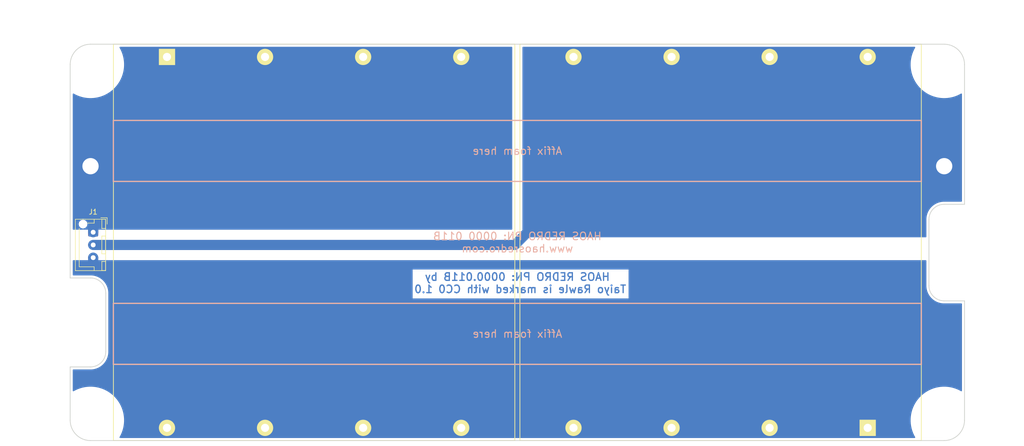
<source format=kicad_pcb>
(kicad_pcb (version 20240108) (generator "pcbnew") (generator_version "8.0")
  (title_block (comment 3 "HAOS REDRO PN: 0000.011B by Taiyo Rawle is marked with CC0 1.0 "))
  (layers (0 "F.Cu" signal) (31 "B.Cu" signal) (34 "B.Paste" user) (35 "F.Paste" user) (36 "B.SilkS" user "B.Silkscreen") (37 "F.SilkS" user "F.Silkscreen") (38 "B.Mask" user) (39 "F.Mask" user) (44 "Edge.Cuts" user))
  (net 0 "")
  (net 1 "Net-(J1-Pin_1)")
  (net 2 "Net-(J1-Pin_3)")
  (net 3 "Net-(J1-Pin_2)")
  (footprint "kicad-libs:BH-81650-PC8" (layer "F.Cu") (at 108 100)
    (property "Reference" "J8" (hide yes))
    (property "Value" "BH-18650-PC8")
    (fp_line (start -39.5 -39) (end 39.5 -39) (stroke (width 0.15)) (layer "F.SilkS"))
    (fp_line (start -39.5 39) (end -39.5 -39) (stroke (width 0.15)) (layer "F.SilkS"))
    (fp_line (start 39.5 -39) (end 39.5 39) (stroke (width 0.15)) (layer "F.SilkS"))
    (fp_line (start 39.5 39) (end -39.5 39) (stroke (width 0.15)) (layer "F.SilkS"))
    (pad "1" thru_hole rect (at -28.95 -36.5) (size 3.2 3.2) (drill 1.6) (layers "*.Cu" "*.Mask" "F.SilkS") (net 1 "Net-(J1-Pin_1)"))
    (pad "2" thru_hole circle (at -9.65 -36.5) (size 3.2 3.2) (drill 1.6) (layers "*.Cu" "*.Mask" "F.SilkS") (net 1 "Net-(J1-Pin_1)"))
    (pad "3" thru_hole circle (at 9.65 -36.5) (size 3.2 3.2) (drill 1.6) (layers "*.Cu" "*.Mask" "F.SilkS") (net 1 "Net-(J1-Pin_1)"))
    (pad "4" thru_hole circle (at 28.95 -36.5) (size 3.2 3.2) (drill 1.6) (layers "*.Cu" "*.Mask" "F.SilkS") (net 1 "Net-(J1-Pin_1)"))
    (pad "5" thru_hole circle (at 28.95 36.5) (size 3.2 3.2) (drill 1.6) (layers "*.Cu" "*.Mask" "F.SilkS") (net 2 "Net-(J1-Pin_3)"))
    (pad "6" thru_hole circle (at 9.65 36.5) (size 3.2 3.2) (drill 1.6) (layers "*.Cu" "*.Mask" "F.SilkS") (net 2 "Net-(J1-Pin_3)"))
    (pad "7" thru_hole circle (at -9.65 36.5) (size 3.2 3.2) (drill 1.6) (layers "*.Cu" "*.Mask" "F.SilkS") (net 2 "Net-(J1-Pin_3)"))
    (pad "8" thru_hole circle (at -28.95 36.5) (size 3.2 3.2) (drill 1.6) (layers "*.Cu" "*.Mask" "F.SilkS") (net 2 "Net-(J1-Pin_3)"))
  )
  (footprint "kicad-libs:BH-81650-PC8" (layer "F.Cu") (at 188 100 180)
    (property "Reference" "J9" (hide yes))
    (property "Value" "BH-18650-PC8" (hide yes))
    (fp_line (start 39.5 39) (end -39.5 39) (stroke (width 0.15)) (layer "F.SilkS"))
    (fp_line (start 39.5 -39) (end 39.5 39) (stroke (width 0.15)) (layer "F.SilkS"))
    (fp_line (start -39.5 39) (end -39.5 -39) (stroke (width 0.15)) (layer "F.SilkS"))
    (fp_line (start -39.5 -39) (end 39.5 -39) (stroke (width 0.15)) (layer "F.SilkS"))
    (pad "1" thru_hole rect (at -28.95 -36.5 180) (size 3.2 3.2) (drill 1.6) (layers "*.Cu" "*.Mask" "F.SilkS") (net 2 "Net-(J1-Pin_3)"))
    (pad "2" thru_hole circle (at -9.65 -36.5 180) (size 3.2 3.2) (drill 1.6) (layers "*.Cu" "*.Mask" "F.SilkS") (net 2 "Net-(J1-Pin_3)"))
    (pad "3" thru_hole circle (at 9.65 -36.5 180) (size 3.2 3.2) (drill 1.6) (layers "*.Cu" "*.Mask" "F.SilkS") (net 2 "Net-(J1-Pin_3)"))
    (pad "4" thru_hole circle (at 28.95 -36.5 180) (size 3.2 3.2) (drill 1.6) (layers "*.Cu" "*.Mask" "F.SilkS") (net 2 "Net-(J1-Pin_3)"))
    (pad "5" thru_hole circle (at 28.95 36.5 180) (size 3.2 3.2) (drill 1.6) (layers "*.Cu" "*.Mask" "F.SilkS") (net 3 "Net-(J1-Pin_2)"))
    (pad "6" thru_hole circle (at 9.65 36.5 180) (size 3.2 3.2) (drill 1.6) (layers "*.Cu" "*.Mask" "F.SilkS") (net 3 "Net-(J1-Pin_2)"))
    (pad "7" thru_hole circle (at -9.65 36.5 180) (size 3.2 3.2) (drill 1.6) (layers "*.Cu" "*.Mask" "F.SilkS") (net 3 "Net-(J1-Pin_2)"))
    (pad "8" thru_hole circle (at -28.95 36.5 180) (size 3.2 3.2) (drill 1.6) (layers "*.Cu" "*.Mask" "F.SilkS") (net 3 "Net-(J1-Pin_2)"))
  )
  (footprint "MountingHole:MountingHole_3.2mm_M3" (layer "F.Cu") (at 64 135)
    (property "Reference" "H4" (hide yes))
    (property "Value" "M3")
    (pad "" np_thru_hole circle (at 0 0) (size 3.2 3.2) (drill 3.2) (layers "F&B.Cu" "*.Mask") (clearance 5))
  )
  (footprint "MountingHole:MountingHole_3.2mm_M3_Pad" (layer "F.Cu") (at 232 85)
    (property "Reference" "H2" (hide yes))
    (property "Value" "M3")
    (pad "1" thru_hole circle (at 0 0) (size 6.4 6.4) (drill 3.2) (layers "*.Cu" "*.Mask") (net 3 "Net-(J1-Pin_2)"))
  )
  (footprint "Connector_JST:JST_XH_B3B-XH-AM_1x03_P2.50mm_Vertical" (layer "F.Cu") (at 64.525 98 -90)
    (property "Reference" "J1" (at -4 0 0) (layer "F.SilkS"))
    (property "Value" "B3B-XH-A")
    (fp_line (start -2.56 3.51) (end 7.56 3.51) (stroke (width 0.12)) (layer "F.SilkS"))
    (fp_line (start 7.56 3.51) (end 7.56 -2.46) (stroke (width 0.12)) (layer "F.SilkS"))
    (fp_line (start 2.5 2.75) (end -0.74 2.75) (stroke (width 0.12)) (layer "F.SilkS"))
    (fp_line (start 6.8 2.75) (end 2.5 2.75) (stroke (width 0.12)) (layer "F.SilkS"))
    (fp_line (start -2.55 -0.2) (end -1.8 -0.2) (stroke (width 0.12)) (layer "F.SilkS"))
    (fp_line (start -1.8 -0.2) (end -1.8 1.14) (stroke (width 0.12)) (layer "F.SilkS"))
    (fp_line (start 6.8 -0.2) (end 6.8 2.75) (stroke (width 0.12)) (layer "F.SilkS"))
    (fp_line (start 7.55 -0.2) (end 6.8 -0.2) (stroke (width 0.12)) (layer "F.SilkS"))
    (fp_line (start -2.55 -1.7) (end -0.75 -1.7) (stroke (width 0.12)) (layer "F.SilkS"))
    (fp_line (start -0.75 -1.7) (end -0.75 -2.45) (stroke (width 0.12)) (layer "F.SilkS"))
    (fp_line (start 0.75 -1.7) (end 4.25 -1.7) (stroke (width 0.12)) (layer "F.SilkS"))
    (fp_line (start 4.25 -1.7) (end 4.25 -2.45) (stroke (width 0.12)) (layer "F.SilkS"))
    (fp_line (start 5.75 -1.7) (end 7.55 -1.7) (stroke (width 0.12)) (layer "F.SilkS"))
    (fp_line (start 7.55 -1.7) (end 7.55 -2.45) (stroke (width 0.12)) (layer "F.SilkS"))
    (fp_line (start -2.55 -2.45) (end -2.55 -1.7) (stroke (width 0.12)) (layer "F.SilkS"))
    (fp_line (start -0.75 -2.45) (end -2.55 -2.45) (stroke (width 0.12)) (layer "F.SilkS"))
    (fp_line (start 0.75 -2.45) (end 0.75 -1.7) (stroke (width 0.12)) (layer "F.SilkS"))
    (fp_line (start 4.25 -2.45) (end 0.75 -2.45) (stroke (width 0.12)) (layer "F.SilkS"))
    (fp_line (start 5.75 -2.45) (end 5.75 -1.7) (stroke (width 0.12)) (layer "F.SilkS"))
    (fp_line (start 7.55 -2.45) (end 5.75 -2.45) (stroke (width 0.12)) (layer "F.SilkS"))
    (fp_line (start -2.56 -2.46) (end -2.56 3.51) (stroke (width 0.12)) (layer "F.SilkS"))
    (fp_line (start 7.56 -2.46) (end -2.56 -2.46) (stroke (width 0.12)) (layer "F.SilkS"))
    (fp_line (start -2.85 -2.75) (end -2.85 -1.5) (stroke (width 0.12)) (layer "F.SilkS"))
    (fp_line (start -1.6 -2.75) (end -2.85 -2.75) (stroke (width 0.12)) (layer "F.SilkS"))
    (pad "" np_thru_hole circle (at -1.6 2 270) (size 1.2 1.2) (drill 1.2) (layers "*.Cu" "*.Mask"))
    (pad "1" thru_hole roundrect (at 0 0 270) (size 1.7 1.95) (drill 0.95) (layers "*.Cu" "*.Mask") (roundrect_rratio 0.147059) (net 1 "Net-(J1-Pin_1)"))
    (pad "2" thru_hole oval (at 2.5 0 270) (size 1.7 1.95) (drill 0.95) (layers "*.Cu" "*.Mask") (net 3 "Net-(J1-Pin_2)"))
    (pad "3" thru_hole oval (at 5 0 270) (size 1.7 1.95) (drill 0.95) (layers "*.Cu" "*.Mask") (net 2 "Net-(J1-Pin_3)"))
  )
  (footprint "MountingHole:MountingHole_3.2mm_M3" (layer "F.Cu") (at 232 65)
    (property "Reference" "H5" (hide yes))
    (property "Value" "M3")
    (pad "" np_thru_hole circle (at 0 0) (size 3.2 3.2) (drill 3.2) (layers "F&B.Cu" "*.Mask") (clearance 5))
  )
  (footprint "MountingHole:MountingHole_3.2mm_M3_Pad" (layer "F.Cu") (at 64 85)
    (property "Reference" "H1" (hide yes))
    (property "Value" "M3")
    (pad "1" thru_hole circle (at 0 0) (size 6.4 6.4) (drill 3.2) (layers "*.Cu" "*.Mask") (net 1 "Net-(J1-Pin_1)"))
  )
  (footprint "MountingHole:MountingHole_3.2mm_M3" (layer "F.Cu") (at 64 65)
    (property "Reference" "H3" (hide yes))
    (property "Value" "M3")
    (pad "" np_thru_hole circle (at 0 0) (size 3.2 3.2) (drill 3.2) (layers "F&B.Cu" "*.Mask") (clearance 5))
  )
  (footprint "MountingHole:MountingHole_3.2mm_M3" (layer "F.Cu") (at 232 135)
    (property "Reference" "H6" (hide yes))
    (property "Value" "M3")
    (pad "" np_thru_hole circle (at 0 0) (size 3.2 3.2) (drill 3.2) (layers "F&B.Cu" "*.Mask") (clearance 5))
  )
  (gr_line (start 227.5 124) (end 227.5 112) (stroke (width 0.25)) (layer "B.SilkS"))
  (gr_line (start 68.5 124) (end 68.5 112) (stroke (width 0.25)) (layer "B.SilkS"))
  (gr_line (start 227.5 88) (end 227.5 76) (stroke (width 0.25)) (layer "B.SilkS"))
  (gr_line (start 68.5 76) (end 68.5 88) (stroke (width 0.25)) (layer "B.SilkS"))
  (gr_line (start 68.5 112) (end 227.5 112) (stroke (width 0.25)) (layer "B.SilkS"))
  (gr_line (start 68.5 76) (end 227.5 76) (stroke (width 0.25)) (layer "B.SilkS"))
  (gr_line (start 68.5 124) (end 227.5 124) (stroke (width 0.25)) (layer "B.SilkS"))
  (gr_line (start 68.5 88) (end 227.5 88) (stroke (width 0.25)) (layer "B.SilkS"))
  (gr_arc (start 64 139) (mid 61.171573 137.828427) (end 60 135) (stroke (width 0.15)) (layer "Edge.Cuts"))
  (gr_line (start 60 65) (end 60 107) (stroke (width 0.15)) (layer "Edge.Cuts"))
  (gr_arc (start 67 121.5) (mid 66.12132 123.62132) (end 64 124.5) (stroke (width 0.15)) (layer "Edge.Cuts"))
  (gr_arc (start 232 111.5) (mid 229.87868 110.62132) (end 229 108.5) (stroke (width 0.15)) (layer "Edge.Cuts"))
  (gr_arc (start 64 107) (mid 66.12132 107.87868) (end 67 110) (stroke (width 0.15)) (layer "Edge.Cuts"))
  (gr_line (start 232 61) (end 64 61) (stroke (width 0.15)) (layer "Edge.Cuts"))
  (gr_line (start 60 135) (end 60 124.5) (stroke (width 0.15)) (layer "Edge.Cuts"))
  (gr_arc (start 60 65) (mid 61.171573 62.171573) (end 64 61) (stroke (width 0.15)) (layer "Edge.Cuts"))
  (gr_arc (start 236 135) (mid 234.828427 137.828427) (end 232 139) (stroke (width 0.15)) (layer "Edge.Cuts"))
  (gr_line (start 236 111.5) (end 236 135) (stroke (width 0.15)) (layer "Edge.Cuts"))
  (gr_line (start 232 139) (end 64 139) (stroke (width 0.15)) (layer "Edge.Cuts"))
  (gr_line (start 232 111.5) (end 236 111.5) (stroke (width 0.15)) (layer "Edge.Cuts"))
  (gr_arc (start 232 61) (mid 234.828427 62.171573) (end 236 65) (stroke (width 0.15)) (layer "Edge.Cuts"))
  (gr_line (start 232 92.5) (end 236 92.5) (stroke (width 0.15)) (layer "Edge.Cuts"))
  (gr_line (start 229 108.5) (end 229 95.5) (stroke (width 0.15)) (layer "Edge.Cuts"))
  (gr_line (start 236 92.5) (end 236 65) (stroke (width 0.15)) (layer "Edge.Cuts"))
  (gr_arc (start 229 95.5) (mid 229.87868 93.37868) (end 232 92.5) (stroke (width 0.15)) (layer "Edge.Cuts"))
  (gr_line (start 67 110) (end 67 121.5) (stroke (width 0.15)) (layer "Edge.Cuts"))
  (gr_line (start 60 124.5) (end 64 124.5) (stroke (width 0.15)) (layer "Edge.Cuts"))
  (gr_line (start 60 107) (end 64 107) (stroke (width 0.15)) (layer "Edge.Cuts"))
  (gr_text "HAOS REDRO PN: 0000.011B by\nTaiyo Rawle is marked with CC0 1.0 " (at 148 108 0) (layer "B.Cu") (effects (font (size 1.5 1.5) (thickness 0.25) (bold yes)) (justify mirror)))
  (gr_text "Affix foam here" (at 148 82 0) (layer "B.SilkS") (effects (font (size 1.5 1.5) (thickness 0.2)) (justify mirror)))
  (gr_text "Affix foam here" (at 148 118 0) (layer "B.SilkS") (effects (font (size 1.5 1.5) (thickness 0.2)) (justify mirror)))
  (gr_text "HAOS REDRO PN: 0000 011B\nwww.haosredro.com" (at 148 100 0) (layer "B.SilkS") (effects (font (size 1.5 1.5) (thickness 0.2)) (justify mirror)))
  (segment (start 64.525 98) (end 64.525 94.525) (width 2) (layer "B.Cu") (net 1))
  (segment (start 64.525 103) (end 64.525 104.975) (width 2) (layer "B.Cu") (net 2))
  (segment (start 147.5 100.5) (end 150.5 97.5) (width 2) (layer "B.Cu") (net 3))
  (segment (start 64.525 100.5) (end 147.5 100.5) (width 2) (layer "B.Cu") (net 3))
  (zone (net 1) (net_name "Net-(J1-Pin_1)") (layer "B.Cu") (connect_pads yes (clearance 0.508)) (min_thickness 0.254) (fill yes (thermal_gap 0.508) (thermal_bridge_width 0.508))
    (polygon (pts (xy 60 97.5) (xy 60 61) (xy 147 61) (xy 147 97.5)))
  )
  (zone (net 3) (net_name "Net-(J1-Pin_2)") (layer "B.Cu") (connect_pads yes (clearance 0.508)) (min_thickness 0.254) (fill yes (thermal_gap 0.508) (thermal_bridge_width 0.508))
    (polygon (pts (xy 149 61) (xy 149 99) (xy 236 99) (xy 236 61)))
  )
  (zone (net 2) (net_name "Net-(J1-Pin_3)") (layer "B.Cu") (connect_pads yes (clearance 0.508)) (min_thickness 0.254) (fill yes (thermal_gap 0.508) (thermal_bridge_width 0.508))
    (polygon (pts (xy 60 139) (xy 60 103.5) (xy 236 103.5) (xy 236 139)))
  )
)
</source>
